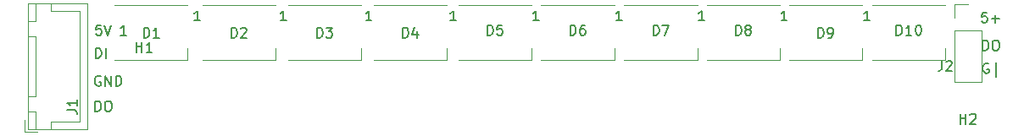
<source format=gbr>
%TF.GenerationSoftware,KiCad,Pcbnew,(6.0.6)*%
%TF.CreationDate,2023-03-10T08:43:37+05:30*%
%TF.ProjectId,ws2812-light,77733238-3132-42d6-9c69-6768742e6b69,rev?*%
%TF.SameCoordinates,Original*%
%TF.FileFunction,Legend,Top*%
%TF.FilePolarity,Positive*%
%FSLAX46Y46*%
G04 Gerber Fmt 4.6, Leading zero omitted, Abs format (unit mm)*
G04 Created by KiCad (PCBNEW (6.0.6)) date 2023-03-10 08:43:37*
%MOMM*%
%LPD*%
G01*
G04 APERTURE LIST*
%ADD10C,0.150000*%
%ADD11C,0.120000*%
G04 APERTURE END LIST*
D10*
X171069047Y-110958380D02*
X170592857Y-110958380D01*
X170545238Y-111434571D01*
X170592857Y-111386952D01*
X170688095Y-111339333D01*
X170926190Y-111339333D01*
X171021428Y-111386952D01*
X171069047Y-111434571D01*
X171116666Y-111529809D01*
X171116666Y-111767904D01*
X171069047Y-111863142D01*
X171021428Y-111910761D01*
X170926190Y-111958380D01*
X170688095Y-111958380D01*
X170592857Y-111910761D01*
X170545238Y-111863142D01*
X171545238Y-111577428D02*
X172307142Y-111577428D01*
X171926190Y-111958380D02*
X171926190Y-111196476D01*
X82050000Y-115514380D02*
X82050000Y-114514380D01*
X82288095Y-114514380D01*
X82430952Y-114562000D01*
X82526190Y-114657238D01*
X82573809Y-114752476D01*
X82621428Y-114942952D01*
X82621428Y-115085809D01*
X82573809Y-115276285D01*
X82526190Y-115371523D01*
X82430952Y-115466761D01*
X82288095Y-115514380D01*
X82050000Y-115514380D01*
X83050000Y-115514380D02*
X83050000Y-114514380D01*
X171235714Y-116086000D02*
X171140476Y-116038380D01*
X170997619Y-116038380D01*
X170854761Y-116086000D01*
X170759523Y-116181238D01*
X170711904Y-116276476D01*
X170664285Y-116466952D01*
X170664285Y-116609809D01*
X170711904Y-116800285D01*
X170759523Y-116895523D01*
X170854761Y-116990761D01*
X170997619Y-117038380D01*
X171092857Y-117038380D01*
X171235714Y-116990761D01*
X171283333Y-116943142D01*
X171283333Y-116609809D01*
X171092857Y-116609809D01*
X171950000Y-117371714D02*
X171950000Y-115943142D01*
X82018285Y-120848380D02*
X82018285Y-119848380D01*
X82256380Y-119848380D01*
X82399238Y-119896000D01*
X82494476Y-119991238D01*
X82542095Y-120086476D01*
X82589714Y-120276952D01*
X82589714Y-120419809D01*
X82542095Y-120610285D01*
X82494476Y-120705523D01*
X82399238Y-120800761D01*
X82256380Y-120848380D01*
X82018285Y-120848380D01*
X83208761Y-119848380D02*
X83399238Y-119848380D01*
X83494476Y-119896000D01*
X83589714Y-119991238D01*
X83637333Y-120181714D01*
X83637333Y-120515047D01*
X83589714Y-120705523D01*
X83494476Y-120800761D01*
X83399238Y-120848380D01*
X83208761Y-120848380D01*
X83113523Y-120800761D01*
X83018285Y-120705523D01*
X82970666Y-120515047D01*
X82970666Y-120181714D01*
X83018285Y-119991238D01*
X83113523Y-119896000D01*
X83208761Y-119848380D01*
X82550095Y-117356000D02*
X82454857Y-117308380D01*
X82312000Y-117308380D01*
X82169142Y-117356000D01*
X82073904Y-117451238D01*
X82026285Y-117546476D01*
X81978666Y-117736952D01*
X81978666Y-117879809D01*
X82026285Y-118070285D01*
X82073904Y-118165523D01*
X82169142Y-118260761D01*
X82312000Y-118308380D01*
X82407238Y-118308380D01*
X82550095Y-118260761D01*
X82597714Y-118213142D01*
X82597714Y-117879809D01*
X82407238Y-117879809D01*
X83026285Y-118308380D02*
X83026285Y-117308380D01*
X83597714Y-118308380D01*
X83597714Y-117308380D01*
X84073904Y-118308380D02*
X84073904Y-117308380D01*
X84312000Y-117308380D01*
X84454857Y-117356000D01*
X84550095Y-117451238D01*
X84597714Y-117546476D01*
X84645333Y-117736952D01*
X84645333Y-117879809D01*
X84597714Y-118070285D01*
X84550095Y-118165523D01*
X84454857Y-118260761D01*
X84312000Y-118308380D01*
X84073904Y-118308380D01*
X170664285Y-114752380D02*
X170664285Y-113752380D01*
X170902380Y-113752380D01*
X171045238Y-113800000D01*
X171140476Y-113895238D01*
X171188095Y-113990476D01*
X171235714Y-114180952D01*
X171235714Y-114323809D01*
X171188095Y-114514285D01*
X171140476Y-114609523D01*
X171045238Y-114704761D01*
X170902380Y-114752380D01*
X170664285Y-114752380D01*
X171854761Y-113752380D02*
X172045238Y-113752380D01*
X172140476Y-113800000D01*
X172235714Y-113895238D01*
X172283333Y-114085714D01*
X172283333Y-114419047D01*
X172235714Y-114609523D01*
X172140476Y-114704761D01*
X172045238Y-114752380D01*
X171854761Y-114752380D01*
X171759523Y-114704761D01*
X171664285Y-114609523D01*
X171616666Y-114419047D01*
X171616666Y-114085714D01*
X171664285Y-113895238D01*
X171759523Y-113800000D01*
X171854761Y-113752380D01*
X82613523Y-112228380D02*
X82137333Y-112228380D01*
X82089714Y-112704571D01*
X82137333Y-112656952D01*
X82232571Y-112609333D01*
X82470666Y-112609333D01*
X82565904Y-112656952D01*
X82613523Y-112704571D01*
X82661142Y-112799809D01*
X82661142Y-113037904D01*
X82613523Y-113133142D01*
X82565904Y-113180761D01*
X82470666Y-113228380D01*
X82232571Y-113228380D01*
X82137333Y-113180761D01*
X82089714Y-113133142D01*
X82946857Y-112228380D02*
X83280190Y-113228380D01*
X83613523Y-112228380D01*
%TO.C,D5*%
X121181904Y-113228380D02*
X121181904Y-112228380D01*
X121420000Y-112228380D01*
X121562857Y-112276000D01*
X121658095Y-112371238D01*
X121705714Y-112466476D01*
X121753333Y-112656952D01*
X121753333Y-112799809D01*
X121705714Y-112990285D01*
X121658095Y-113085523D01*
X121562857Y-113180761D01*
X121420000Y-113228380D01*
X121181904Y-113228380D01*
X122658095Y-112228380D02*
X122181904Y-112228380D01*
X122134285Y-112704571D01*
X122181904Y-112656952D01*
X122277142Y-112609333D01*
X122515238Y-112609333D01*
X122610476Y-112656952D01*
X122658095Y-112704571D01*
X122705714Y-112799809D01*
X122705714Y-113037904D01*
X122658095Y-113133142D01*
X122610476Y-113180761D01*
X122515238Y-113228380D01*
X122277142Y-113228380D01*
X122181904Y-113180761D01*
X122134285Y-113133142D01*
X118060714Y-111777380D02*
X117489285Y-111777380D01*
X117775000Y-111777380D02*
X117775000Y-110777380D01*
X117679761Y-110920238D01*
X117584523Y-111015476D01*
X117489285Y-111063095D01*
%TO.C,H2*%
X168402095Y-122118380D02*
X168402095Y-121118380D01*
X168402095Y-121594571D02*
X168973523Y-121594571D01*
X168973523Y-122118380D02*
X168973523Y-121118380D01*
X169402095Y-121213619D02*
X169449714Y-121166000D01*
X169544952Y-121118380D01*
X169783047Y-121118380D01*
X169878285Y-121166000D01*
X169925904Y-121213619D01*
X169973523Y-121308857D01*
X169973523Y-121404095D01*
X169925904Y-121546952D01*
X169354476Y-122118380D01*
X169973523Y-122118380D01*
%TO.C,D3*%
X104163904Y-113482380D02*
X104163904Y-112482380D01*
X104402000Y-112482380D01*
X104544857Y-112530000D01*
X104640095Y-112625238D01*
X104687714Y-112720476D01*
X104735333Y-112910952D01*
X104735333Y-113053809D01*
X104687714Y-113244285D01*
X104640095Y-113339523D01*
X104544857Y-113434761D01*
X104402000Y-113482380D01*
X104163904Y-113482380D01*
X105068666Y-112482380D02*
X105687714Y-112482380D01*
X105354380Y-112863333D01*
X105497238Y-112863333D01*
X105592476Y-112910952D01*
X105640095Y-112958571D01*
X105687714Y-113053809D01*
X105687714Y-113291904D01*
X105640095Y-113387142D01*
X105592476Y-113434761D01*
X105497238Y-113482380D01*
X105211523Y-113482380D01*
X105116285Y-113434761D01*
X105068666Y-113387142D01*
X101085714Y-111777380D02*
X100514285Y-111777380D01*
X100800000Y-111777380D02*
X100800000Y-110777380D01*
X100704761Y-110920238D01*
X100609523Y-111015476D01*
X100514285Y-111063095D01*
%TO.C,D6*%
X129461904Y-113228380D02*
X129461904Y-112228380D01*
X129700000Y-112228380D01*
X129842857Y-112276000D01*
X129938095Y-112371238D01*
X129985714Y-112466476D01*
X130033333Y-112656952D01*
X130033333Y-112799809D01*
X129985714Y-112990285D01*
X129938095Y-113085523D01*
X129842857Y-113180761D01*
X129700000Y-113228380D01*
X129461904Y-113228380D01*
X130890476Y-112228380D02*
X130700000Y-112228380D01*
X130604761Y-112276000D01*
X130557142Y-112323619D01*
X130461904Y-112466476D01*
X130414285Y-112656952D01*
X130414285Y-113037904D01*
X130461904Y-113133142D01*
X130509523Y-113180761D01*
X130604761Y-113228380D01*
X130795238Y-113228380D01*
X130890476Y-113180761D01*
X130938095Y-113133142D01*
X130985714Y-113037904D01*
X130985714Y-112799809D01*
X130938095Y-112704571D01*
X130890476Y-112656952D01*
X130795238Y-112609333D01*
X130604761Y-112609333D01*
X130509523Y-112656952D01*
X130461904Y-112704571D01*
X130414285Y-112799809D01*
X126335714Y-111777380D02*
X125764285Y-111777380D01*
X126050000Y-111777380D02*
X126050000Y-110777380D01*
X125954761Y-110920238D01*
X125859523Y-111015476D01*
X125764285Y-111063095D01*
%TO.C,J2*%
X166581269Y-115797105D02*
X166581269Y-116511391D01*
X166533650Y-116654248D01*
X166438412Y-116749486D01*
X166295555Y-116797105D01*
X166200317Y-116797105D01*
X167009841Y-115892344D02*
X167057460Y-115844725D01*
X167152698Y-115797105D01*
X167390793Y-115797105D01*
X167486031Y-115844725D01*
X167533650Y-115892344D01*
X167581269Y-115987582D01*
X167581269Y-116082820D01*
X167533650Y-116225677D01*
X166962222Y-116797105D01*
X167581269Y-116797105D01*
%TO.C,D10*%
X162035714Y-113228380D02*
X162035714Y-112228380D01*
X162273809Y-112228380D01*
X162416666Y-112276000D01*
X162511904Y-112371238D01*
X162559523Y-112466476D01*
X162607142Y-112656952D01*
X162607142Y-112799809D01*
X162559523Y-112990285D01*
X162511904Y-113085523D01*
X162416666Y-113180761D01*
X162273809Y-113228380D01*
X162035714Y-113228380D01*
X163559523Y-113228380D02*
X162988095Y-113228380D01*
X163273809Y-113228380D02*
X163273809Y-112228380D01*
X163178571Y-112371238D01*
X163083333Y-112466476D01*
X162988095Y-112514095D01*
X164178571Y-112228380D02*
X164273809Y-112228380D01*
X164369047Y-112276000D01*
X164416666Y-112323619D01*
X164464285Y-112418857D01*
X164511904Y-112609333D01*
X164511904Y-112847428D01*
X164464285Y-113037904D01*
X164416666Y-113133142D01*
X164369047Y-113180761D01*
X164273809Y-113228380D01*
X164178571Y-113228380D01*
X164083333Y-113180761D01*
X164035714Y-113133142D01*
X163988095Y-113037904D01*
X163940476Y-112847428D01*
X163940476Y-112609333D01*
X163988095Y-112418857D01*
X164035714Y-112323619D01*
X164083333Y-112276000D01*
X164178571Y-112228380D01*
X159385714Y-111777380D02*
X158814285Y-111777380D01*
X159100000Y-111777380D02*
X159100000Y-110777380D01*
X159004761Y-110920238D01*
X158909523Y-111015476D01*
X158814285Y-111063095D01*
%TO.C,H1*%
X86113095Y-114927380D02*
X86113095Y-113927380D01*
X86113095Y-114403571D02*
X86684523Y-114403571D01*
X86684523Y-114927380D02*
X86684523Y-113927380D01*
X87684523Y-114927380D02*
X87113095Y-114927380D01*
X87398809Y-114927380D02*
X87398809Y-113927380D01*
X87303571Y-114070238D01*
X87208333Y-114165476D01*
X87113095Y-114213095D01*
%TO.C,J1*%
X79208380Y-120729333D02*
X79922666Y-120729333D01*
X80065523Y-120776952D01*
X80160761Y-120872190D01*
X80208380Y-121015047D01*
X80208380Y-121110285D01*
X80208380Y-119729333D02*
X80208380Y-120300761D01*
X80208380Y-120015047D02*
X79208380Y-120015047D01*
X79351238Y-120110285D01*
X79446476Y-120205523D01*
X79494095Y-120300761D01*
%TO.C,D2*%
X95611904Y-113482380D02*
X95611904Y-112482380D01*
X95850000Y-112482380D01*
X95992857Y-112530000D01*
X96088095Y-112625238D01*
X96135714Y-112720476D01*
X96183333Y-112910952D01*
X96183333Y-113053809D01*
X96135714Y-113244285D01*
X96088095Y-113339523D01*
X95992857Y-113434761D01*
X95850000Y-113482380D01*
X95611904Y-113482380D01*
X96564285Y-112577619D02*
X96611904Y-112530000D01*
X96707142Y-112482380D01*
X96945238Y-112482380D01*
X97040476Y-112530000D01*
X97088095Y-112577619D01*
X97135714Y-112672857D01*
X97135714Y-112768095D01*
X97088095Y-112910952D01*
X96516666Y-113482380D01*
X97135714Y-113482380D01*
X92485714Y-111777380D02*
X91914285Y-111777380D01*
X92200000Y-111777380D02*
X92200000Y-110777380D01*
X92104761Y-110920238D01*
X92009523Y-111015476D01*
X91914285Y-111063095D01*
%TO.C,D1*%
X86861904Y-113482380D02*
X86861904Y-112482380D01*
X87100000Y-112482380D01*
X87242857Y-112530000D01*
X87338095Y-112625238D01*
X87385714Y-112720476D01*
X87433333Y-112910952D01*
X87433333Y-113053809D01*
X87385714Y-113244285D01*
X87338095Y-113339523D01*
X87242857Y-113434761D01*
X87100000Y-113482380D01*
X86861904Y-113482380D01*
X88385714Y-113482380D02*
X87814285Y-113482380D01*
X88100000Y-113482380D02*
X88100000Y-112482380D01*
X88004761Y-112625238D01*
X87909523Y-112720476D01*
X87814285Y-112768095D01*
X85121714Y-113228380D02*
X84550285Y-113228380D01*
X84836000Y-113228380D02*
X84836000Y-112228380D01*
X84740761Y-112371238D01*
X84645523Y-112466476D01*
X84550285Y-112514095D01*
%TO.C,D4*%
X112736904Y-113482380D02*
X112736904Y-112482380D01*
X112975000Y-112482380D01*
X113117857Y-112530000D01*
X113213095Y-112625238D01*
X113260714Y-112720476D01*
X113308333Y-112910952D01*
X113308333Y-113053809D01*
X113260714Y-113244285D01*
X113213095Y-113339523D01*
X113117857Y-113434761D01*
X112975000Y-113482380D01*
X112736904Y-113482380D01*
X114165476Y-112815714D02*
X114165476Y-113482380D01*
X113927380Y-112434761D02*
X113689285Y-113149047D01*
X114308333Y-113149047D01*
X109610714Y-111777380D02*
X109039285Y-111777380D01*
X109325000Y-111777380D02*
X109325000Y-110777380D01*
X109229761Y-110920238D01*
X109134523Y-111015476D01*
X109039285Y-111063095D01*
%TO.C,D7*%
X137761904Y-113228380D02*
X137761904Y-112228380D01*
X138000000Y-112228380D01*
X138142857Y-112276000D01*
X138238095Y-112371238D01*
X138285714Y-112466476D01*
X138333333Y-112656952D01*
X138333333Y-112799809D01*
X138285714Y-112990285D01*
X138238095Y-113085523D01*
X138142857Y-113180761D01*
X138000000Y-113228380D01*
X137761904Y-113228380D01*
X138666666Y-112228380D02*
X139333333Y-112228380D01*
X138904761Y-113228380D01*
X134635714Y-111777380D02*
X134064285Y-111777380D01*
X134350000Y-111777380D02*
X134350000Y-110777380D01*
X134254761Y-110920238D01*
X134159523Y-111015476D01*
X134064285Y-111063095D01*
%TO.C,D8*%
X145986904Y-113228380D02*
X145986904Y-112228380D01*
X146225000Y-112228380D01*
X146367857Y-112276000D01*
X146463095Y-112371238D01*
X146510714Y-112466476D01*
X146558333Y-112656952D01*
X146558333Y-112799809D01*
X146510714Y-112990285D01*
X146463095Y-113085523D01*
X146367857Y-113180761D01*
X146225000Y-113228380D01*
X145986904Y-113228380D01*
X147129761Y-112656952D02*
X147034523Y-112609333D01*
X146986904Y-112561714D01*
X146939285Y-112466476D01*
X146939285Y-112418857D01*
X146986904Y-112323619D01*
X147034523Y-112276000D01*
X147129761Y-112228380D01*
X147320238Y-112228380D01*
X147415476Y-112276000D01*
X147463095Y-112323619D01*
X147510714Y-112418857D01*
X147510714Y-112466476D01*
X147463095Y-112561714D01*
X147415476Y-112609333D01*
X147320238Y-112656952D01*
X147129761Y-112656952D01*
X147034523Y-112704571D01*
X146986904Y-112752190D01*
X146939285Y-112847428D01*
X146939285Y-113037904D01*
X146986904Y-113133142D01*
X147034523Y-113180761D01*
X147129761Y-113228380D01*
X147320238Y-113228380D01*
X147415476Y-113180761D01*
X147463095Y-113133142D01*
X147510714Y-113037904D01*
X147510714Y-112847428D01*
X147463095Y-112752190D01*
X147415476Y-112704571D01*
X147320238Y-112656952D01*
X142860714Y-111777380D02*
X142289285Y-111777380D01*
X142575000Y-111777380D02*
X142575000Y-110777380D01*
X142479761Y-110920238D01*
X142384523Y-111015476D01*
X142289285Y-111063095D01*
%TO.C,D9*%
X154201904Y-113482380D02*
X154201904Y-112482380D01*
X154440000Y-112482380D01*
X154582857Y-112530000D01*
X154678095Y-112625238D01*
X154725714Y-112720476D01*
X154773333Y-112910952D01*
X154773333Y-113053809D01*
X154725714Y-113244285D01*
X154678095Y-113339523D01*
X154582857Y-113434761D01*
X154440000Y-113482380D01*
X154201904Y-113482380D01*
X155249523Y-113482380D02*
X155440000Y-113482380D01*
X155535238Y-113434761D01*
X155582857Y-113387142D01*
X155678095Y-113244285D01*
X155725714Y-113053809D01*
X155725714Y-112672857D01*
X155678095Y-112577619D01*
X155630476Y-112530000D01*
X155535238Y-112482380D01*
X155344761Y-112482380D01*
X155249523Y-112530000D01*
X155201904Y-112577619D01*
X155154285Y-112672857D01*
X155154285Y-112910952D01*
X155201904Y-113006190D01*
X155249523Y-113053809D01*
X155344761Y-113101428D01*
X155535238Y-113101428D01*
X155630476Y-113053809D01*
X155678095Y-113006190D01*
X155725714Y-112910952D01*
X151110714Y-111777380D02*
X150539285Y-111777380D01*
X150825000Y-111777380D02*
X150825000Y-110777380D01*
X150729761Y-110920238D01*
X150634523Y-111015476D01*
X150539285Y-111063095D01*
D11*
%TO.C,D5*%
X118275000Y-110175000D02*
X125575000Y-110175000D01*
X125575000Y-115675000D02*
X125575000Y-114525000D01*
X118275000Y-115675000D02*
X125575000Y-115675000D01*
%TO.C,D3*%
X101300000Y-110175000D02*
X108600000Y-110175000D01*
X108600000Y-115675000D02*
X108600000Y-114525000D01*
X101300000Y-115675000D02*
X108600000Y-115675000D01*
%TO.C,D6*%
X126550000Y-110175000D02*
X133850000Y-110175000D01*
X126550000Y-115675000D02*
X133850000Y-115675000D01*
X133850000Y-115675000D02*
X133850000Y-114525000D01*
%TO.C,J2*%
X167845000Y-112745000D02*
X167845000Y-117885000D01*
X167845000Y-110145000D02*
X169175000Y-110145000D01*
X167845000Y-117885000D02*
X170505000Y-117885000D01*
X170505000Y-112745000D02*
X170505000Y-117885000D01*
X167845000Y-112745000D02*
X170505000Y-112745000D01*
X167845000Y-111475000D02*
X167845000Y-110145000D01*
%TO.C,D10*%
X159600000Y-110175000D02*
X166900000Y-110175000D01*
X166900000Y-115675000D02*
X166900000Y-114525000D01*
X159600000Y-115675000D02*
X166900000Y-115675000D01*
%TO.C,J1*%
X80500000Y-121900000D02*
X80500000Y-116350000D01*
X75300000Y-111850000D02*
X76050000Y-111850000D01*
X75000000Y-121700000D02*
X75000000Y-122950000D01*
X75300000Y-119350000D02*
X76050000Y-119350000D01*
X76050000Y-111850000D02*
X76050000Y-110050000D01*
X76050000Y-119350000D02*
X76050000Y-113350000D01*
X76050000Y-120850000D02*
X75300000Y-120850000D01*
X77550000Y-110800000D02*
X80500000Y-110800000D01*
X76050000Y-122650000D02*
X76050000Y-120850000D01*
X75300000Y-120850000D02*
X75300000Y-122650000D01*
X75300000Y-110050000D02*
X75300000Y-111850000D01*
X76050000Y-110050000D02*
X75300000Y-110050000D01*
X75300000Y-113350000D02*
X75300000Y-119350000D01*
X80500000Y-110800000D02*
X80500000Y-116350000D01*
X76050000Y-113350000D02*
X75300000Y-113350000D01*
X75300000Y-122650000D02*
X76050000Y-122650000D01*
X81260000Y-122660000D02*
X81260000Y-110040000D01*
X77550000Y-122650000D02*
X77550000Y-121900000D01*
X75290000Y-110040000D02*
X75290000Y-122660000D01*
X77550000Y-110050000D02*
X77550000Y-110800000D01*
X81260000Y-110040000D02*
X75290000Y-110040000D01*
X75000000Y-122950000D02*
X76250000Y-122950000D01*
X75290000Y-122660000D02*
X81260000Y-122660000D01*
X77550000Y-121900000D02*
X80500000Y-121900000D01*
%TO.C,D2*%
X92700000Y-110175000D02*
X100000000Y-110175000D01*
X100000000Y-115675000D02*
X100000000Y-114525000D01*
X92700000Y-115675000D02*
X100000000Y-115675000D01*
%TO.C,D1*%
X91250000Y-115700000D02*
X91250000Y-114550000D01*
X83950000Y-110200000D02*
X91250000Y-110200000D01*
X83950000Y-115700000D02*
X91250000Y-115700000D01*
%TO.C,D4*%
X109825000Y-110175000D02*
X117125000Y-110175000D01*
X117125000Y-115675000D02*
X117125000Y-114525000D01*
X109825000Y-115675000D02*
X117125000Y-115675000D01*
%TO.C,D7*%
X134850000Y-110175000D02*
X142150000Y-110175000D01*
X142150000Y-115675000D02*
X142150000Y-114525000D01*
X134850000Y-115675000D02*
X142150000Y-115675000D01*
%TO.C,D8*%
X150375000Y-115675000D02*
X150375000Y-114525000D01*
X143075000Y-110175000D02*
X150375000Y-110175000D01*
X143075000Y-115675000D02*
X150375000Y-115675000D01*
%TO.C,D9*%
X151325000Y-110175000D02*
X158625000Y-110175000D01*
X158625000Y-115675000D02*
X158625000Y-114525000D01*
X151325000Y-115675000D02*
X158625000Y-115675000D01*
%TD*%
M02*

</source>
